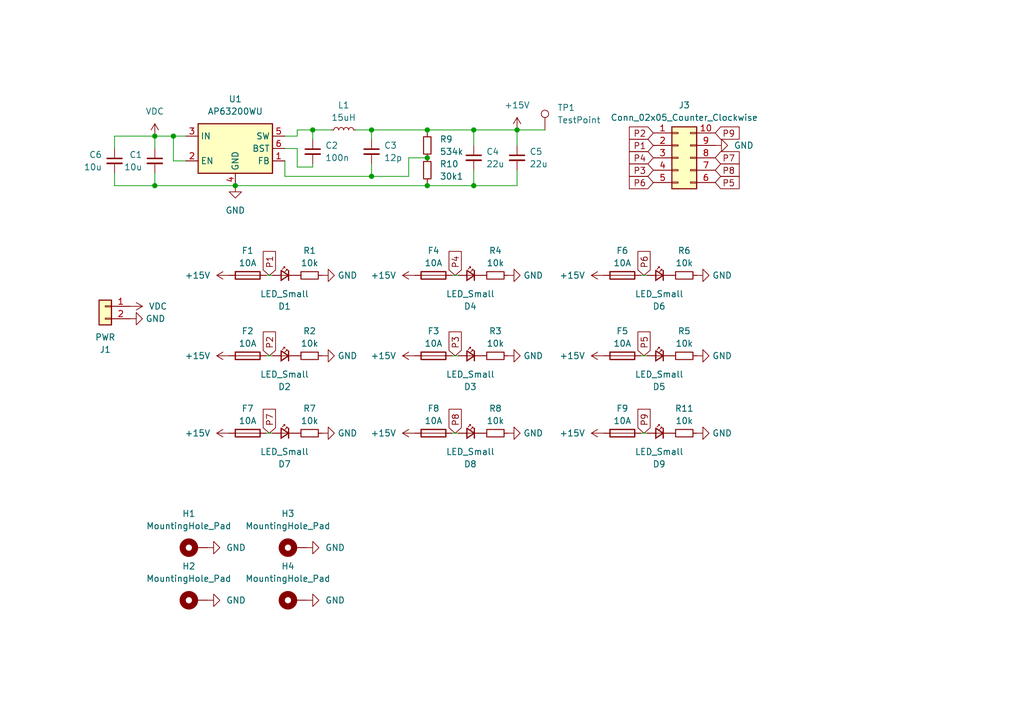
<source format=kicad_sch>
(kicad_sch (version 20230121) (generator eeschema)
  (paper "A5")
  (title_block (date "2025-03-14") (company "NCKU Formula Racing"))
  (lib_symbols
    (symbol "Connector:TestPoint" (pin_numbers hide) (pin_names (offset 0.762) hide)
      (property "Reference" "TP" (at 0 6.858 0))
      (property "Value" "TestPoint" (at 0 5.08 0))
      (symbol "TestPoint_0_1"
        (circle (center 0 3.302) (radius 0.762))
      )
      (symbol "TestPoint_1_1"
        (pin passive line (at 0 0 90) (length 2.54) (name "1") (number "1"))
      )
    )
    (symbol "Connector_Generic:Conn_01x02" (pin_names (offset 1.016) hide)
      (property "Reference" "J" (at 0 2.54 0))
      (property "Value" "Conn_01x02" (at 0 -5.08 0))
      (symbol "Conn_01x02_1_1"
        (rectangle (start -1.27 -2.413) (end 0 -2.667) (stroke (width 0.1524)))
        (rectangle (start -1.27 0.127) (end 0 -0.127) (stroke (width 0.1524)))
        (rectangle (start -1.27 1.27) (end 1.27 -3.81) (stroke (width 0.254)) (fill (type background)))
        (pin passive line (at -5.08 0 0) (length 3.81) (name "Pin_1") (number "1"))
        (pin passive line (at -5.08 -2.54 0) (length 3.81) (name "Pin_2") (number "2"))
      )
    )
    (symbol "Connector_Generic:Conn_02x05_Counter_Clockwise" (pin_names (offset 1.016) hide)
      (property "Reference" "J" (at 1.27 7.62 0))
      (property "Value" "Conn_02x05_Counter_Clockwise" (at 1.27 -7.62 0))
      (symbol "Conn_02x05_Counter_Clockwise_1_1"
        (rectangle (start -1.27 -4.953) (end 0 -5.207) (stroke (width 0.1524)))
        (rectangle (start -1.27 -2.413) (end 0 -2.667) (stroke (width 0.1524)))
        (rectangle (start -1.27 0.127) (end 0 -0.127) (stroke (width 0.1524)))
        (rectangle (start -1.27 2.667) (end 0 2.413) (stroke (width 0.1524)))
        (rectangle (start -1.27 5.207) (end 0 4.953) (stroke (width 0.1524)))
        (rectangle (start -1.27 6.35) (end 3.81 -6.35) (stroke (width 0.254)) (fill (type background)))
        (rectangle (start 3.81 -4.953) (end 2.54 -5.207) (stroke (width 0.1524)))
        (rectangle (start 3.81 -2.413) (end 2.54 -2.667) (stroke (width 0.1524)))
        (rectangle (start 3.81 0.127) (end 2.54 -0.127) (stroke (width 0.1524)))
        (rectangle (start 3.81 2.667) (end 2.54 2.413) (stroke (width 0.1524)))
        (rectangle (start 3.81 5.207) (end 2.54 4.953) (stroke (width 0.1524)))
        (pin passive line (at -5.08 5.08 0) (length 3.81) (name "Pin_1") (number "1"))
        (pin passive line (at 7.62 5.08 180) (length 3.81) (name "Pin_10") (number "10"))
        (pin passive line (at -5.08 2.54 0) (length 3.81) (name "Pin_2") (number "2"))
        (pin passive line (at -5.08 0 0) (length 3.81) (name "Pin_3") (number "3"))
        (pin passive line (at -5.08 -2.54 0) (length 3.81) (name "Pin_4") (number "4"))
        (pin passive line (at -5.08 -5.08 0) (length 3.81) (name "Pin_5") (number "5"))
        (pin passive line (at 7.62 -5.08 180) (length 3.81) (name "Pin_6") (number "6"))
        (pin passive line (at 7.62 -2.54 180) (length 3.81) (name "Pin_7") (number "7"))
        (pin passive line (at 7.62 0 180) (length 3.81) (name "Pin_8") (number "8"))
        (pin passive line (at 7.62 2.54 180) (length 3.81) (name "Pin_9") (number "9"))
      )
    )
    (symbol "Device:C_Small" (pin_numbers hide) (pin_names (offset 0.254) hide)
      (property "Reference" "C" (at 0.254 1.778 0))
      (property "Value" "C_Small" (at 0.254 -2.032 0))
      (symbol "C_Small_0_1"
        (polyline (pts (xy -1.524 -0.508) (xy 1.524 -0.508)) (stroke (width 0.3302)))
        (polyline (pts (xy -1.524 0.508) (xy 1.524 0.508)) (stroke (width 0.3048)))
      )
      (symbol "C_Small_1_1"
        (pin passive line (at 0 2.54 270) (length 2.032) (name "~") (number "1"))
        (pin passive line (at 0 -2.54 90) (length 2.032) (name "~") (number "2"))
      )
    )
    (symbol "Device:Fuse" (pin_numbers hide) (pin_names (offset 0))
      (property "Reference" "F" (at 2.032 0 90))
      (property "Value" "Fuse" (at -1.905 0 90))
      (symbol "Fuse_0_1"
        (rectangle (start -0.762 -2.54) (end 0.762 2.54) (stroke (width 0.254)))
        (polyline (pts (xy 0 2.54) (xy 0 -2.54)))
      )
      (symbol "Fuse_1_1"
        (pin passive line (at 0 3.81 270) (length 1.27) (name "~") (number "1"))
        (pin passive line (at 0 -3.81 90) (length 1.27) (name "~") (number "2"))
      )
    )
    (symbol "Device:LED_Small" (pin_numbers hide) (pin_names (offset 0.254) hide)
      (property "Reference" "D" (at -1.27 3.175 0))
      (property "Value" "LED_Small" (at -4.445 -2.54 0))
      (symbol "LED_Small_0_1"
        (polyline (pts (xy -0.762 -1.016) (xy -0.762 1.016)) (stroke (width 0.254)))
        (polyline (pts (xy 1.016 0) (xy -0.762 0)))
        (polyline (pts (xy 0.762 -1.016) (xy -0.762 0) (xy 0.762 1.016) (xy 0.762 -1.016)) (stroke (width 0.254)))
        (polyline (pts (xy 0 0.762) (xy -0.508 1.27) (xy -0.254 1.27) (xy -0.508 1.27) (xy -0.508 1.016)))
        (polyline (pts (xy 0.508 1.27) (xy 0 1.778) (xy 0.254 1.778) (xy 0 1.778) (xy 0 1.524)))
      )
      (symbol "LED_Small_1_1"
        (pin passive line (at -2.54 0 0) (length 1.778) (name "K") (number "1"))
        (pin passive line (at 2.54 0 180) (length 1.778) (name "A") (number "2"))
      )
    )
    (symbol "Device:L_Small" (pin_numbers hide) (pin_names (offset 0.254) hide)
      (property "Reference" "L" (at 0.762 1.016 0))
      (property "Value" "L_Small" (at 0.762 -1.016 0))
      (symbol "L_Small_0_1"
        (arc (start 0 -2.032) (mid 0.5058 -1.524) (end 0 -1.016))
        (arc (start 0 -1.016) (mid 0.5058 -0.508) (end 0 0))
        (arc (start 0 0) (mid 0.5058 0.508) (end 0 1.016))
        (arc (start 0 1.016) (mid 0.5058 1.524) (end 0 2.032))
      )
      (symbol "L_Small_1_1"
        (pin passive line (at 0 2.54 270) (length 0.508) (name "~") (number "1"))
        (pin passive line (at 0 -2.54 90) (length 0.508) (name "~") (number "2"))
      )
    )
    (symbol "Device:R_Small" (pin_numbers hide) (pin_names (offset 0.254) hide)
      (property "Reference" "R" (at 0.762 0.508 0))
      (property "Value" "R_Small" (at 0.762 -1.016 0))
      (symbol "R_Small_0_1"
        (rectangle (start -0.762 1.778) (end 0.762 -1.778) (stroke (width 0.2032)))
      )
      (symbol "R_Small_1_1"
        (pin passive line (at 0 2.54 270) (length 0.762) (name "~") (number "1"))
        (pin passive line (at 0 -2.54 90) (length 0.762) (name "~") (number "2"))
      )
    )
    (symbol "Mechanical:MountingHole_Pad" (pin_numbers hide) (pin_names (offset 1.016) hide)
      (property "Reference" "H" (at 0 6.35 0))
      (property "Value" "MountingHole_Pad" (at 0 4.445 0))
      (symbol "MountingHole_Pad_0_1"
        (circle (center 0 1.27) (radius 1.27) (stroke (width 1.27)))
      )
      (symbol "MountingHole_Pad_1_1"
        (pin input line (at 0 -2.54 90) (length 2.54) (name "1") (number "1"))
      )
    )
    (symbol "Regulator_Switching:AP63200WU"
      (property "Reference" "U" (at -7.62 6.35 0))
      (property "Value" "AP63200WU" (at 2.54 6.35 0))
      (symbol "AP63200WU_0_1"
        (rectangle (start -7.62 5.08) (end 7.62 -5.08) (stroke (width 0.254)) (fill (type background)))
      )
      (symbol "AP63200WU_1_1"
        (pin input line (at 10.16 -2.54 180) (length 2.54) (name "FB") (number "1"))
        (pin input line (at -10.16 -2.54 0) (length 2.54) (name "EN") (number "2"))
        (pin power_in line (at -10.16 2.54 0) (length 2.54) (name "IN") (number "3"))
        (pin power_in line (at 0 -7.62 90) (length 2.54) (name "GND") (number "4"))
        (pin output line (at 10.16 2.54 180) (length 2.54) (name "SW") (number "5"))
        (pin passive line (at 10.16 0 180) (length 2.54) (name "BST") (number "6"))
      )
    )
    (symbol "power:+15V" (power) (pin_names (offset 0))
      (property "Value" "+15V" (at 0 3.556 0))
      (symbol "+15V_0_1"
        (polyline (pts (xy -0.762 1.27) (xy 0 2.54)))
        (polyline (pts (xy 0 0) (xy 0 2.54)))
        (polyline (pts (xy 0 2.54) (xy 0.762 1.27)))
      )
      (symbol "+15V_1_1"
        (pin power_in line (at 0 0 90) (length 0) hide (name "+15V") (number "1"))
      )
    )
    (symbol "power:GND" (power) (pin_names (offset 0))
      (property "Value" "GND" (at 0 -3.81 0))
      (symbol "GND_0_1"
        (polyline (pts (xy 0 0) (xy 0 -1.27) (xy 1.27 -1.27) (xy 0 -2.54) (xy -1.27 -1.27) (xy 0 -1.27)))
      )
      (symbol "GND_1_1"
        (pin power_in line (at 0 0 270) (length 0) hide (name "GND") (number "1"))
      )
    )
    (symbol "power:VDC" (power) (pin_names (offset 0))
      (property "Value" "VDC" (at 0 6.35 0))
      (symbol "VDC_0_1"
        (polyline (pts (xy -0.762 1.27) (xy 0 2.54)))
        (polyline (pts (xy 0 0) (xy 0 2.54)))
        (polyline (pts (xy 0 2.54) (xy 0.762 1.27)))
      )
      (symbol "VDC_1_1"
        (pin power_in line (at 0 0 90) (length 0) hide (name "VDC") (number "1"))
      )
    )
  )
  (junction (at 97.155 38.1))
  (junction (at 31.75 38.1))
  (junction (at 31.75 27.94))
  (junction (at 106.045 26.67))
  (junction (at 76.2 26.67))
  (junction (at 87.63 32.385))
  (junction (at 87.63 26.67))
  (junction (at 76.2 36.195))
  (junction (at 48.26 38.1))
  (junction (at 64.135 26.67))
  (junction (at 35.56 27.94))
  (junction (at 87.63 38.1))
  (junction (at 97.155 26.67))
  (wire (pts (xy 131.445 73.025) (xy 132.715 73.025)))
  (wire (pts (xy 92.71 88.9) (xy 93.98 88.9)))
  (wire (pts (xy 97.155 38.1) (xy 87.63 38.1)))
  (wire (pts (xy 97.155 26.67) (xy 106.045 26.67)))
  (wire (pts (xy 31.75 27.94) (xy 35.56 27.94)))
  (wire (pts (xy 23.495 38.1) (xy 31.75 38.1)))
  (wire (pts (xy 83.82 36.195) (xy 83.82 32.385)))
  (wire (pts (xy 83.82 32.385) (xy 87.63 32.385)))
  (wire (pts (xy 106.045 26.67) (xy 111.76 26.67)))
  (wire (pts (xy 23.495 27.94) (xy 23.495 30.48)))
  (wire (pts (xy 54.61 88.9) (xy 55.88 88.9)))
  (wire (pts (xy 23.495 35.56) (xy 23.495 38.1)))
  (wire (pts (xy 97.155 38.1) (xy 106.045 38.1)))
  (wire (pts (xy 131.445 88.9) (xy 132.715 88.9)))
  (wire (pts (xy 54.61 73.025) (xy 55.88 73.025)))
  (wire (pts (xy 31.75 35.56) (xy 31.75 38.1)))
  (wire (pts (xy 60.96 26.67) (xy 60.96 27.94)))
  (wire (pts (xy 64.135 28.575) (xy 64.135 26.67)))
  (wire (pts (xy 35.56 33.02) (xy 38.1 33.02)))
  (wire (pts (xy 131.445 56.515) (xy 132.715 56.515)))
  (wire (pts (xy 97.155 34.925) (xy 97.155 38.1)))
  (wire (pts (xy 92.71 56.515) (xy 93.98 56.515)))
  (wire (pts (xy 60.96 34.29) (xy 64.135 34.29)))
  (wire (pts (xy 31.75 27.94) (xy 31.75 30.48)))
  (wire (pts (xy 73.025 26.67) (xy 76.2 26.67)))
  (wire (pts (xy 76.2 26.67) (xy 76.2 28.575)))
  (wire (pts (xy 97.155 29.845) (xy 97.155 26.67)))
  (wire (pts (xy 54.61 56.515) (xy 55.88 56.515)))
  (wire (pts (xy 87.63 38.1) (xy 48.26 38.1)))
  (wire (pts (xy 76.2 36.195) (xy 76.2 33.655)))
  (wire (pts (xy 58.42 30.48) (xy 60.96 30.48)))
  (wire (pts (xy 64.135 34.29) (xy 64.135 33.655)))
  (wire (pts (xy 87.63 27.305) (xy 87.63 26.67)))
  (wire (pts (xy 31.75 38.1) (xy 48.26 38.1)))
  (wire (pts (xy 35.56 27.94) (xy 38.1 27.94)))
  (wire (pts (xy 58.42 36.195) (xy 76.2 36.195)))
  (wire (pts (xy 92.71 73.025) (xy 93.98 73.025)))
  (wire (pts (xy 58.42 33.02) (xy 58.42 36.195)))
  (wire (pts (xy 87.63 37.465) (xy 87.63 38.1)))
  (wire (pts (xy 76.2 36.195) (xy 83.82 36.195)))
  (wire (pts (xy 23.495 27.94) (xy 31.75 27.94)))
  (wire (pts (xy 60.96 26.67) (xy 64.135 26.67)))
  (wire (pts (xy 106.045 34.925) (xy 106.045 38.1)))
  (wire (pts (xy 106.045 26.67) (xy 106.045 29.845)))
  (wire (pts (xy 60.96 30.48) (xy 60.96 34.29)))
  (wire (pts (xy 64.135 26.67) (xy 67.945 26.67)))
  (wire (pts (xy 76.2 26.67) (xy 87.63 26.67)))
  (wire (pts (xy 87.63 26.67) (xy 97.155 26.67)))
  (wire (pts (xy 60.96 27.94) (xy 58.42 27.94)))
  (wire (pts (xy 35.56 27.94) (xy 35.56 33.02)))
  (global_label "P5" (shape input) (at 132.08 73.025 90) (property "Intersheetrefs" "${INTERSHEET_REFS}" (effects hide)))
  (global_label "P2" (shape input) (at 133.985 27.305 180) (property "Intersheetrefs" "${INTERSHEET_REFS}" (effects hide)))
  (global_label "P7" (shape input) (at 55.245 88.9 90) (property "Intersheetrefs" "${INTERSHEET_REFS}" (effects hide)))
  (global_label "P8" (shape input) (at 146.685 34.925 0) (property "Intersheetrefs" "${INTERSHEET_REFS}" (effects hide)))
  (global_label "P1" (shape input) (at 133.985 29.845 180) (property "Intersheetrefs" "${INTERSHEET_REFS}" (effects hide)))
  (global_label "P9" (shape input) (at 132.08 88.9 90) (property "Intersheetrefs" "${INTERSHEET_REFS}" (effects hide)))
  (global_label "P7" (shape input) (at 146.685 32.385 0) (property "Intersheetrefs" "${INTERSHEET_REFS}" (effects hide)))
  (global_label "P6" (shape input) (at 132.08 56.515 90) (property "Intersheetrefs" "${INTERSHEET_REFS}" (effects hide)))
  (global_label "P6" (shape input) (at 133.985 37.465 180) (property "Intersheetrefs" "${INTERSHEET_REFS}" (effects hide)))
  (global_label "P9" (shape input) (at 146.685 27.305 0) (property "Intersheetrefs" "${INTERSHEET_REFS}" (effects hide)))
  (global_label "P8" (shape input) (at 93.345 88.9 90) (property "Intersheetrefs" "${INTERSHEET_REFS}" (effects hide)))
  (global_label "P2" (shape input) (at 55.245 73.025 90) (property "Intersheetrefs" "${INTERSHEET_REFS}" (effects hide)))
  (global_label "P5" (shape input) (at 146.685 37.465 0) (property "Intersheetrefs" "${INTERSHEET_REFS}" (effects hide)))
  (global_label "P4" (shape input) (at 133.985 32.385 180) (property "Intersheetrefs" "${INTERSHEET_REFS}" (effects hide)))
  (global_label "P1" (shape input) (at 55.245 56.515 90) (property "Intersheetrefs" "${INTERSHEET_REFS}" (effects hide)))
  (global_label "P3" (shape input) (at 133.985 34.925 180) (property "Intersheetrefs" "${INTERSHEET_REFS}" (effects hide)))
  (global_label "P4" (shape input) (at 93.345 56.515 90) (property "Intersheetrefs" "${INTERSHEET_REFS}" (effects hide)))
  (global_label "P3" (shape input) (at 93.345 73.025 90) (property "Intersheetrefs" "${INTERSHEET_REFS}" (effects hide)))
  (symbol (lib_id "Device:R_Small") (at 140.335 56.515 270) (mirror x) (unit 1)
    (property "Reference" "R6" (at 140.335 51.435 90))
    (property "Value" "10k" (at 140.335 53.975 90))
    (property "Footprint" "Resistor_SMD:R_0603_1608Metric" (effects hide))
  )
  (symbol (lib_id "Device:LED_Small") (at 58.42 56.515 0) (mirror y) (unit 1)
    (property "Reference" "D1" (at 58.3565 62.865 0))
    (property "Value" "LED_Small" (at 58.3565 60.325 0))
    (property "Footprint" "LED_SMD:LED_0805_2012Metric" (effects hide))
  )
  (symbol (lib_id "Device:LED_Small") (at 135.255 88.9 0) (mirror y) (unit 1)
    (property "Reference" "D9" (at 135.1915 95.25 0))
    (property "Value" "LED_Small" (at 135.1915 92.71 0))
    (property "Footprint" "LED_SMD:LED_0805_2012Metric" (effects hide))
  )
  (symbol (lib_id "Device:Fuse") (at 50.8 73.025 90) (unit 1)
    (property "Reference" "F2" (at 50.8 67.945 90))
    (property "Value" "10A" (at 50.8 70.485 90))
    (property "Footprint" "PCM_Fuse_AKL:Fuseholder_Blade_ATO_Littelfuse_Pudenz_2_Pin" (effects hide))
  )
  (symbol (lib_id "power:GND") (at 66.04 73.025 90) (unit 1)
    (property "Reference" "#PWR05" (effects hide))
    (property "Value" "GND" (at 69.215 73.025 90) (effects (justify right)))
  )
  (symbol (lib_id "Device:R_Small") (at 101.6 56.515 270) (mirror x) (unit 1)
    (property "Reference" "R4" (at 101.6 51.435 90))
    (property "Value" "10k" (at 101.6 53.975 90))
    (property "Footprint" "Resistor_SMD:R_0603_1608Metric" (effects hide))
  )
  (symbol (lib_id "Connector_Generic:Conn_01x02") (at 21.59 62.865 0) (mirror y) (unit 1)
    (property "Reference" "J1" (at 21.59 71.755 0))
    (property "Value" "PWR" (at 21.59 69.215 0))
    (property "Footprint" "Connector_AMASS:AMASS_XT60-M_1x02_P7.20mm_Vertical" (effects hide))
  )
  (symbol (lib_id "power:GND") (at 42.545 123.19 90) (unit 1)
    (property "Reference" "#PWR020" (effects hide))
    (property "Value" "GND" (at 46.355 123.19 90) (effects (justify right)))
  )
  (symbol (lib_id "Device:LED_Small") (at 96.52 88.9 0) (mirror y) (unit 1)
    (property "Reference" "D8" (at 96.4565 95.25 0))
    (property "Value" "LED_Small" (at 96.4565 92.71 0))
    (property "Footprint" "LED_SMD:LED_0805_2012Metric" (effects hide))
  )
  (symbol (lib_id "power:+15V") (at 85.09 88.9 90) (unit 1)
    (property "Reference" "#PWR016" (effects hide))
    (property "Value" "+15V" (at 81.28 88.9 90) (effects (justify left)))
  )
  (symbol (lib_id "Device:Fuse") (at 50.8 88.9 90) (unit 1)
    (property "Reference" "F7" (at 50.8 83.82 90))
    (property "Value" "10A" (at 50.8 86.36 90))
    (property "Footprint" "PCM_Fuse_AKL:Fuseholder_Blade_ATO_Littelfuse_Pudenz_2_Pin" (effects hide))
  )
  (symbol (lib_id "Device:R_Small") (at 87.63 34.925 0) (unit 1)
    (property "Reference" "R10" (at 90.17 33.655 0) (effects (justify left)))
    (property "Value" "30k1" (at 90.17 36.195 0) (effects (justify left)))
    (property "Footprint" "Resistor_SMD:R_0603_1608Metric" (effects hide))
  )
  (symbol (lib_id "Device:R_Small") (at 63.5 56.515 270) (mirror x) (unit 1)
    (property "Reference" "R1" (at 63.5 51.435 90))
    (property "Value" "10k" (at 63.5 53.975 90))
    (property "Footprint" "Resistor_SMD:R_0603_1608Metric" (effects hide))
  )
  (symbol (lib_id "power:GND") (at 62.865 123.19 90) (unit 1)
    (property "Reference" "#PWR022" (effects hide))
    (property "Value" "GND" (at 66.675 123.19 90) (effects (justify right)))
  )
  (symbol (lib_id "power:GND") (at 142.875 88.9 90) (unit 1)
    (property "Reference" "#PWR024" (effects hide))
    (property "Value" "GND" (at 146.05 88.9 90) (effects (justify right)))
  )
  (symbol (lib_id "power:GND") (at 142.875 73.025 90) (unit 1)
    (property "Reference" "#PWR012" (effects hide))
    (property "Value" "GND" (at 146.05 73.025 90) (effects (justify right)))
  )
  (symbol (lib_id "power:GND") (at 62.865 112.395 90) (unit 1)
    (property "Reference" "#PWR021" (effects hide))
    (property "Value" "GND" (at 66.675 112.395 90) (effects (justify right)))
  )
  (symbol (lib_id "Regulator_Switching:AP63200WU") (at 48.26 30.48 0) (unit 1)
    (property "Reference" "U1" (at 48.26 20.32 0))
    (property "Value" "AP63200WU" (at 48.26 22.86 0))
    (property "Footprint" "Package_TO_SOT_SMD:TSOT-23-6" (effects hide))
    (property "Datasheet" "https://www.diodes.com/assets/Datasheets/AP63200-AP63201-AP63203-AP63205.pdf" (effects hide))
  )
  (symbol (lib_id "Device:LED_Small") (at 96.52 73.025 0) (mirror y) (unit 1)
    (property "Reference" "D3" (at 96.4565 79.375 0))
    (property "Value" "LED_Small" (at 96.4565 76.835 0))
    (property "Footprint" "LED_SMD:LED_0805_2012Metric" (effects hide))
  )
  (symbol (lib_id "Device:C_Small") (at 106.045 32.385 0) (unit 1)
    (property "Reference" "C5" (at 108.585 31.1213 0) (effects (justify left)))
    (property "Value" "22u" (at 108.585 33.6613 0) (effects (justify left)))
    (property "Footprint" "Capacitor_SMD:C_0805_2012Metric" (effects hide))
  )
  (symbol (lib_id "Device:Fuse") (at 88.9 56.515 90) (unit 1)
    (property "Reference" "F4" (at 88.9 51.435 90))
    (property "Value" "10A" (at 88.9 53.975 90))
    (property "Footprint" "PCM_Fuse_AKL:Fuseholder_Blade_ATO_Littelfuse_Pudenz_2_Pin" (effects hide))
  )
  (symbol (lib_id "power:+15V") (at 85.09 73.025 90) (unit 1)
    (property "Reference" "#PWR06" (effects hide))
    (property "Value" "+15V" (at 81.28 73.025 90) (effects (justify left)))
  )
  (symbol (lib_id "Device:C_Small") (at 97.155 32.385 0) (unit 1)
    (property "Reference" "C4" (at 99.695 31.1213 0) (effects (justify left)))
    (property "Value" "22u" (at 99.695 33.6613 0) (effects (justify left)))
    (property "Footprint" "Capacitor_SMD:C_0805_2012Metric" (effects hide))
  )
  (symbol (lib_id "power:+15V") (at 123.825 56.515 90) (unit 1)
    (property "Reference" "#PWR011" (effects hide))
    (property "Value" "+15V" (at 120.015 56.515 90) (effects (justify left)))
  )
  (symbol (lib_id "power:+15V") (at 123.825 88.9 90) (unit 1)
    (property "Reference" "#PWR023" (effects hide))
    (property "Value" "+15V" (at 120.015 88.9 90) (effects (justify left)))
  )
  (symbol (lib_id "power:+15V") (at 123.825 73.025 90) (unit 1)
    (property "Reference" "#PWR010" (effects hide))
    (property "Value" "+15V" (at 120.015 73.025 90) (effects (justify left)))
  )
  (symbol (lib_id "power:GND") (at 26.67 65.405 90) (unit 1)
    (property "Reference" "#PWR01" (effects hide))
    (property "Value" "GND" (at 29.845 65.405 90) (effects (justify right)))
  )
  (symbol (lib_id "Device:Fuse") (at 88.9 88.9 90) (unit 1)
    (property "Reference" "F8" (at 88.9 83.82 90))
    (property "Value" "10A" (at 88.9 86.36 90))
    (property "Footprint" "PCM_Fuse_AKL:Fuseholder_Blade_ATO_Littelfuse_Pudenz_2_Pin" (effects hide))
  )
  (symbol (lib_id "Device:R_Small") (at 87.63 29.845 0) (unit 1)
    (property "Reference" "R9" (at 90.17 28.575 0) (effects (justify left)))
    (property "Value" "534k" (at 90.17 31.115 0) (effects (justify left)))
    (property "Footprint" "Resistor_SMD:R_0603_1608Metric" (effects hide))
  )
  (symbol (lib_id "Device:Fuse") (at 88.9 73.025 90) (unit 1)
    (property "Reference" "F3" (at 88.9 67.945 90))
    (property "Value" "10A" (at 88.9 70.485 90))
    (property "Footprint" "PCM_Fuse_AKL:Fuseholder_Blade_ATO_Littelfuse_Pudenz_2_Pin" (effects hide))
  )
  (symbol (lib_id "Device:C_Small") (at 64.135 31.115 0) (unit 1)
    (property "Reference" "C2" (at 66.675 29.8513 0) (effects (justify left)))
    (property "Value" "100n" (at 66.675 32.3913 0) (effects (justify left)))
    (property "Footprint" "Capacitor_SMD:C_0603_1608Metric" (effects hide))
  )
  (symbol (lib_id "Device:LED_Small") (at 135.255 56.515 0) (mirror y) (unit 1)
    (property "Reference" "D6" (at 135.1915 62.865 0))
    (property "Value" "LED_Small" (at 135.1915 60.325 0))
    (property "Footprint" "LED_SMD:LED_0805_2012Metric" (effects hide))
  )
  (symbol (lib_id "Connector_Generic:Conn_02x05_Counter_Clockwise") (at 139.065 32.385 0) (unit 1)
    (property "Reference" "J3" (at 140.335 21.59 0))
    (property "Value" "Conn_02x05_Counter_Clockwise" (at 140.335 24.13 0))
    (property "Footprint" "Connector_PinHeader_2.54mm:PinHeader_2x05_P2.54mm_Vertical" (effects hide))
  )
  (symbol (lib_id "Device:LED_Small") (at 58.42 73.025 0) (mirror y) (unit 1)
    (property "Reference" "D2" (at 58.3565 79.375 0))
    (property "Value" "LED_Small" (at 58.3565 76.835 0))
    (property "Footprint" "LED_SMD:LED_0805_2012Metric" (effects hide))
  )
  (symbol (lib_id "Device:R_Small") (at 140.335 73.025 270) (mirror x) (unit 1)
    (property "Reference" "R5" (at 140.335 67.945 90))
    (property "Value" "10k" (at 140.335 70.485 90))
    (property "Footprint" "Resistor_SMD:R_0603_1608Metric" (effects hide))
  )
  (symbol (lib_id "power:+15V") (at 46.99 73.025 90) (unit 1)
    (property "Reference" "#PWR04" (effects hide))
    (property "Value" "+15V" (at 43.18 73.025 90) (effects (justify left)))
  )
  (symbol (lib_id "power:+15V") (at 46.99 88.9 90) (unit 1)
    (property "Reference" "#PWR014" (effects hide))
    (property "Value" "+15V" (at 43.18 88.9 90) (effects (justify left)))
  )
  (symbol (lib_id "Mechanical:MountingHole_Pad") (at 40.005 112.395 90) (unit 1)
    (property "Reference" "H1" (at 38.735 105.41 90))
    (property "Value" "MountingHole_Pad" (at 38.735 107.95 90))
    (property "Footprint" "MountingHole:MountingHole_3.2mm_M3_ISO7380_Pad" (effects hide))
  )
  (symbol (lib_id "power:VDC") (at 26.67 62.865 270) (unit 1)
    (property "Reference" "#PWR02" (effects hide))
    (property "Value" "VDC" (at 30.48 62.865 90) (effects (justify left)))
  )
  (symbol (lib_id "power:GND") (at 142.875 56.515 90) (unit 1)
    (property "Reference" "#PWR013" (effects hide))
    (property "Value" "GND" (at 146.05 56.515 90) (effects (justify right)))
  )
  (symbol (lib_id "power:GND") (at 104.14 73.025 90) (unit 1)
    (property "Reference" "#PWR08" (effects hide))
    (property "Value" "GND" (at 107.315 73.025 90) (effects (justify right)))
  )
  (symbol (lib_id "Device:C_Small") (at 76.2 31.115 0) (unit 1)
    (property "Reference" "C3" (at 78.74 29.8513 0) (effects (justify left)))
    (property "Value" "12p" (at 78.74 32.3913 0) (effects (justify left)))
    (property "Footprint" "Capacitor_SMD:C_0603_1608Metric" (effects hide))
  )
  (symbol (lib_id "Device:R_Small") (at 63.5 88.9 270) (mirror x) (unit 1)
    (property "Reference" "R7" (at 63.5 83.82 90))
    (property "Value" "10k" (at 63.5 86.36 90))
    (property "Footprint" "Resistor_SMD:R_0603_1608Metric" (effects hide))
  )
  (symbol (lib_id "power:GND") (at 48.26 38.1 0) (unit 1)
    (property "Reference" "#PWR031" (effects hide))
    (property "Value" "GND" (at 48.26 43.18 0))
  )
  (symbol (lib_id "power:+15V") (at 106.045 26.67 0) (unit 1)
    (property "Reference" "#PWR033" (effects hide))
    (property "Value" "+15V" (at 106.045 21.59 0))
  )
  (symbol (lib_id "Device:R_Small") (at 140.335 88.9 270) (mirror x) (unit 1)
    (property "Reference" "R11" (at 140.335 83.82 90))
    (property "Value" "10k" (at 140.335 86.36 90))
    (property "Footprint" "Resistor_SMD:R_0603_1608Metric" (effects hide))
  )
  (symbol (lib_id "Device:LED_Small") (at 58.42 88.9 0) (mirror y) (unit 1)
    (property "Reference" "D7" (at 58.3565 95.25 0))
    (property "Value" "LED_Small" (at 58.3565 92.71 0))
    (property "Footprint" "LED_SMD:LED_0805_2012Metric" (effects hide))
  )
  (symbol (lib_id "Device:Fuse") (at 127.635 73.025 90) (unit 1)
    (property "Reference" "F5" (at 127.635 67.945 90))
    (property "Value" "10A" (at 127.635 70.485 90))
    (property "Footprint" "PCM_Fuse_AKL:Fuseholder_Blade_ATO_Littelfuse_Pudenz_2_Pin" (effects hide))
  )
  (symbol (lib_id "power:GND") (at 42.545 112.395 90) (unit 1)
    (property "Reference" "#PWR019" (effects hide))
    (property "Value" "GND" (at 46.355 112.395 90) (effects (justify right)))
  )
  (symbol (lib_id "power:GND") (at 104.14 88.9 90) (unit 1)
    (property "Reference" "#PWR018" (effects hide))
    (property "Value" "GND" (at 107.315 88.9 90) (effects (justify right)))
  )
  (symbol (lib_id "Device:R_Small") (at 101.6 73.025 270) (mirror x) (unit 1)
    (property "Reference" "R3" (at 101.6 67.945 90))
    (property "Value" "10k" (at 101.6 70.485 90))
    (property "Footprint" "Resistor_SMD:R_0603_1608Metric" (effects hide))
  )
  (symbol (lib_id "Device:Fuse") (at 127.635 88.9 90) (unit 1)
    (property "Reference" "F9" (at 127.635 83.82 90))
    (property "Value" "10A" (at 127.635 86.36 90))
    (property "Footprint" "PCM_Fuse_AKL:Fuseholder_Blade_ATO_Littelfuse_Pudenz_2_Pin" (effects hide))
  )
  (symbol (lib_id "Device:L_Small") (at 70.485 26.67 90) (unit 1)
    (property "Reference" "L1" (at 70.485 21.59 90))
    (property "Value" "15uH" (at 70.485 24.13 90))
    (property "Footprint" "Inductor_SMD:L_Coilcraft_XAL6060-XXX" (effects hide))
  )
  (symbol (lib_id "Device:R_Small") (at 63.5 73.025 270) (mirror x) (unit 1)
    (property "Reference" "R2" (at 63.5 67.945 90))
    (property "Value" "10k" (at 63.5 70.485 90))
    (property "Footprint" "Resistor_SMD:R_0603_1608Metric" (effects hide))
  )
  (symbol (lib_id "power:GND") (at 104.14 56.515 90) (unit 1)
    (property "Reference" "#PWR09" (effects hide))
    (property "Value" "GND" (at 107.315 56.515 90) (effects (justify right)))
  )
  (symbol (lib_id "power:GND") (at 66.04 88.9 90) (unit 1)
    (property "Reference" "#PWR015" (effects hide))
    (property "Value" "GND" (at 69.215 88.9 90) (effects (justify right)))
  )
  (symbol (lib_id "Device:Fuse") (at 50.8 56.515 90) (unit 1)
    (property "Reference" "F1" (at 50.8 51.435 90))
    (property "Value" "10A" (at 50.8 53.975 90))
    (property "Footprint" "PCM_Fuse_AKL:Fuseholder_Blade_ATO_Littelfuse_Pudenz_2_Pin" (effects hide))
  )
  (symbol (lib_id "power:+15V") (at 46.99 56.515 90) (unit 1)
    (property "Reference" "#PWR03" (effects hide))
    (property "Value" "+15V" (at 43.18 56.515 90) (effects (justify left)))
  )
  (symbol (lib_id "power:+15V") (at 85.09 56.515 90) (unit 1)
    (property "Reference" "#PWR07" (effects hide))
    (property "Value" "+15V" (at 81.28 56.515 90) (effects (justify left)))
  )
  (symbol (lib_id "Mechanical:MountingHole_Pad") (at 60.325 123.19 90) (unit 1)
    (property "Reference" "H4" (at 59.055 116.205 90))
    (property "Value" "MountingHole_Pad" (at 59.055 118.745 90))
    (property "Footprint" "MountingHole:MountingHole_3.2mm_M3_ISO7380_Pad" (effects hide))
  )
  (symbol (lib_id "Device:R_Small") (at 101.6 88.9 270) (mirror x) (unit 1)
    (property "Reference" "R8" (at 101.6 83.82 90))
    (property "Value" "10k" (at 101.6 86.36 90))
    (property "Footprint" "Resistor_SMD:R_0603_1608Metric" (effects hide))
  )
  (symbol (lib_id "Device:C_Small") (at 23.495 33.02 0) (mirror y) (unit 1)
    (property "Reference" "C6" (at 20.955 31.7563 0) (effects (justify left)))
    (property "Value" "10u" (at 20.955 34.2963 0) (effects (justify left)))
    (property "Footprint" "Capacitor_SMD:C_0805_2012Metric" (effects hide))
  )
  (symbol (lib_id "power:VDC") (at 31.75 27.94 0) (unit 1)
    (property "Reference" "#PWR032" (effects hide))
    (property "Value" "VDC" (at 31.75 22.86 0))
  )
  (symbol (lib_id "Connector:TestPoint") (at 111.76 26.67 0) (unit 1)
    (property "Reference" "TP1" (at 114.3 22.098 0) (effects (justify left)))
    (property "Value" "TestPoint" (at 114.3 24.638 0) (effects (justify left)))
    (property "Footprint" "TestPoint:TestPoint_THTPad_D1.5mm_Drill0.7mm" (effects hide))
  )
  (symbol (lib_id "Device:LED_Small") (at 96.52 56.515 0) (mirror y) (unit 1)
    (property "Reference" "D4" (at 96.4565 62.865 0))
    (property "Value" "LED_Small" (at 96.4565 60.325 0))
    (property "Footprint" "LED_SMD:LED_0805_2012Metric" (effects hide))
  )
  (symbol (lib_id "Mechanical:MountingHole_Pad") (at 40.005 123.19 90) (unit 1)
    (property "Reference" "H2" (at 38.735 116.205 90))
    (property "Value" "MountingHole_Pad" (at 38.735 118.745 90))
    (property "Footprint" "MountingHole:MountingHole_3.2mm_M3_ISO7380_Pad" (effects hide))
  )
  (symbol (lib_id "power:GND") (at 146.685 29.845 90) (mirror x) (unit 1)
    (property "Reference" "#PWR025" (effects hide))
    (property "Value" "GND" (at 150.495 29.845 90) (effects (justify right)))
  )
  (symbol (lib_id "Device:C_Small") (at 31.75 33.02 0) (mirror y) (unit 1)
    (property "Reference" "C1" (at 29.21 31.7563 0) (effects (justify left)))
    (property "Value" "10u" (at 29.21 34.2963 0) (effects (justify left)))
    (property "Footprint" "Capacitor_SMD:C_0805_2012Metric" (effects hide))
  )
  (symbol (lib_id "Mechanical:MountingHole_Pad") (at 60.325 112.395 90) (unit 1)
    (property "Reference" "H3" (at 59.055 105.41 90))
    (property "Value" "MountingHole_Pad" (at 59.055 107.95 90))
    (property "Footprint" "MountingHole:MountingHole_3.2mm_M3_ISO7380_Pad" (effects hide))
  )
  (symbol (lib_id "Device:LED_Small") (at 135.255 73.025 0) (mirror y) (unit 1)
    (property "Reference" "D5" (at 135.1915 79.375 0))
    (property "Value" "LED_Small" (at 135.1915 76.835 0))
    (property "Footprint" "LED_SMD:LED_0805_2012Metric" (effects hide))
  )
  (symbol (lib_id "power:GND") (at 66.04 56.515 90) (unit 1)
    (property "Reference" "#PWR017" (effects hide))
    (property "Value" "GND" (at 69.215 56.515 90) (effects (justify right)))
  )
  (symbol (lib_id "Device:Fuse") (at 127.635 56.515 90) (unit 1)
    (property "Reference" "F6" (at 127.635 51.435 90))
    (property "Value" "10A" (at 127.635 53.975 90))
    (property "Footprint" "PCM_Fuse_AKL:Fuseholder_Blade_ATO_Littelfuse_Pudenz_2_Pin" (effects hide))
  )
)
</source>
